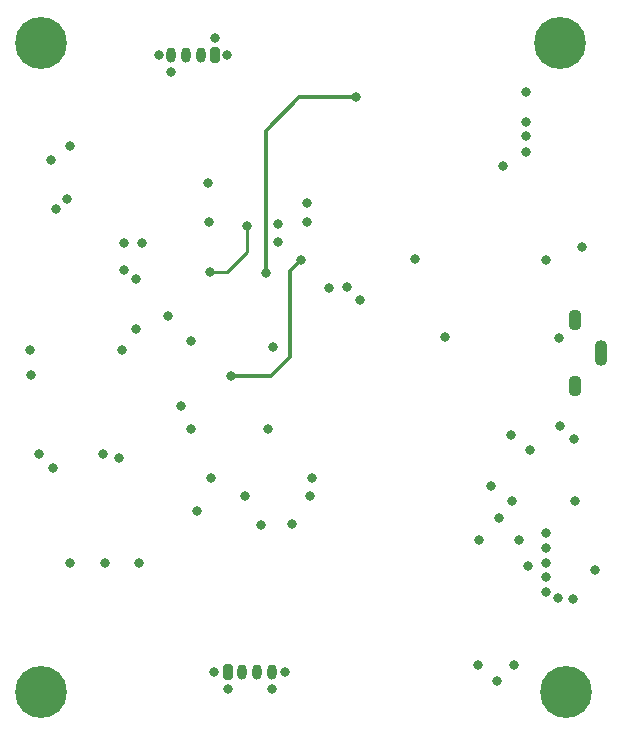
<source format=gbr>
%TF.GenerationSoftware,KiCad,Pcbnew,9.0.0*%
%TF.CreationDate,2025-03-16T21:38:05-04:00*%
%TF.ProjectId,STM32_Dev_Board,53544d33-325f-4446-9576-5f426f617264,rev?*%
%TF.SameCoordinates,Original*%
%TF.FileFunction,Copper,L4,Bot*%
%TF.FilePolarity,Positive*%
%FSLAX46Y46*%
G04 Gerber Fmt 4.6, Leading zero omitted, Abs format (unit mm)*
G04 Created by KiCad (PCBNEW 9.0.0) date 2025-03-16 21:38:05*
%MOMM*%
%LPD*%
G01*
G04 APERTURE LIST*
G04 Aperture macros list*
%AMRoundRect*
0 Rectangle with rounded corners*
0 $1 Rounding radius*
0 $2 $3 $4 $5 $6 $7 $8 $9 X,Y pos of 4 corners*
0 Add a 4 corners polygon primitive as box body*
4,1,4,$2,$3,$4,$5,$6,$7,$8,$9,$2,$3,0*
0 Add four circle primitives for the rounded corners*
1,1,$1+$1,$2,$3*
1,1,$1+$1,$4,$5*
1,1,$1+$1,$6,$7*
1,1,$1+$1,$8,$9*
0 Add four rect primitives between the rounded corners*
20,1,$1+$1,$2,$3,$4,$5,0*
20,1,$1+$1,$4,$5,$6,$7,0*
20,1,$1+$1,$6,$7,$8,$9,0*
20,1,$1+$1,$8,$9,$2,$3,0*%
G04 Aperture macros list end*
%TA.AperFunction,ComponentPad*%
%ADD10C,0.700000*%
%TD*%
%TA.AperFunction,ComponentPad*%
%ADD11C,4.400000*%
%TD*%
%TA.AperFunction,ComponentPad*%
%ADD12RoundRect,0.200000X-0.200000X-0.450000X0.200000X-0.450000X0.200000X0.450000X-0.200000X0.450000X0*%
%TD*%
%TA.AperFunction,ComponentPad*%
%ADD13O,0.800000X1.300000*%
%TD*%
%TA.AperFunction,HeatsinkPad*%
%ADD14O,1.100000X1.800000*%
%TD*%
%TA.AperFunction,HeatsinkPad*%
%ADD15O,1.100000X2.200000*%
%TD*%
%TA.AperFunction,ComponentPad*%
%ADD16RoundRect,0.200000X0.200000X0.450000X-0.200000X0.450000X-0.200000X-0.450000X0.200000X-0.450000X0*%
%TD*%
%TA.AperFunction,ViaPad*%
%ADD17C,0.800000*%
%TD*%
%TA.AperFunction,Conductor*%
%ADD18C,0.250000*%
%TD*%
%TA.AperFunction,Conductor*%
%ADD19C,0.300000*%
%TD*%
G04 APERTURE END LIST*
D10*
%TO.P,H4,1,1*%
%TO.N,GND*%
X161850000Y-142000000D03*
X162333274Y-140833274D03*
X162333274Y-143166726D03*
X163500000Y-140350000D03*
D11*
X163500000Y-142000000D03*
D10*
X163500000Y-143650000D03*
X164666726Y-140833274D03*
X164666726Y-143166726D03*
X165150000Y-142000000D03*
%TD*%
D12*
%TO.P,J4,1,Pin_1*%
%TO.N,+3.3V*%
X134825000Y-140300000D03*
D13*
%TO.P,J4,2,Pin_2*%
%TO.N,Net-(J4-Pin_2)*%
X136075000Y-140300000D03*
%TO.P,J4,3,Pin_3*%
%TO.N,Net-(J4-Pin_3)*%
X137325000Y-140300000D03*
%TO.P,J4,4,Pin_4*%
%TO.N,GND*%
X138575000Y-140300000D03*
%TD*%
D10*
%TO.P,H1,1,1*%
%TO.N,GND*%
X117350000Y-142000000D03*
X117833274Y-140833274D03*
X117833274Y-143166726D03*
X119000000Y-140350000D03*
D11*
X119000000Y-142000000D03*
D10*
X119000000Y-143650000D03*
X120166726Y-140833274D03*
X120166726Y-143166726D03*
X120650000Y-142000000D03*
%TD*%
%TO.P,H2,1,1*%
%TO.N,GND*%
X161350000Y-87000000D03*
X161833274Y-85833274D03*
X161833274Y-88166726D03*
X163000000Y-85350000D03*
D11*
X163000000Y-87000000D03*
D10*
X163000000Y-88650000D03*
X164166726Y-85833274D03*
X164166726Y-88166726D03*
X164650000Y-87000000D03*
%TD*%
D14*
%TO.P,J2,6,Shield*%
%TO.N,unconnected-(J2-Shield-Pad6)_1*%
X164250000Y-116050000D03*
D15*
%TO.N,unconnected-(J2-Shield-Pad6)_2*%
X166400000Y-113250000D03*
D14*
%TO.N,unconnected-(J2-Shield-Pad6)*%
X164250000Y-110450000D03*
%TD*%
D16*
%TO.P,J3,1,Pin_1*%
%TO.N,+3.3V*%
X133775000Y-88000000D03*
D13*
%TO.P,J3,2,Pin_2*%
%TO.N,Net-(J3-Pin_2)*%
X132525000Y-88000000D03*
%TO.P,J3,3,Pin_3*%
%TO.N,Net-(J3-Pin_3)*%
X131275000Y-88000000D03*
%TO.P,J3,4,Pin_4*%
%TO.N,GND*%
X130025000Y-88000000D03*
%TD*%
D10*
%TO.P,H3,1,1*%
%TO.N,GND*%
X117350000Y-87000000D03*
X117833274Y-85833274D03*
X117833274Y-88166726D03*
X119000000Y-85350000D03*
D11*
X119000000Y-87000000D03*
D10*
X119000000Y-88650000D03*
X120166726Y-85833274D03*
X120166726Y-88166726D03*
X120650000Y-87000000D03*
%TD*%
D17*
%TO.N,GND*%
X118825000Y-121775000D03*
X121500000Y-131000000D03*
X139700000Y-140300000D03*
X160100000Y-93700000D03*
X159500000Y-129100000D03*
X130900000Y-117750000D03*
X156025000Y-139675000D03*
X150700000Y-105300000D03*
X157600000Y-141000000D03*
X127025000Y-111225000D03*
X164800000Y-104300000D03*
X138200000Y-119700000D03*
X157800000Y-127200000D03*
X158800000Y-120200000D03*
X125850000Y-113000000D03*
X153250000Y-111900000D03*
X160100000Y-94900000D03*
X141775000Y-125375000D03*
X124275000Y-121775000D03*
X129000000Y-88000000D03*
X126050000Y-106200000D03*
X136300000Y-125375000D03*
X131700000Y-119675000D03*
X124400000Y-131000000D03*
X137675000Y-127800000D03*
X132200000Y-126600000D03*
X138675000Y-112750000D03*
X144950000Y-107700000D03*
X138575000Y-141675000D03*
X160100000Y-91150000D03*
X163000000Y-119400000D03*
X160400000Y-121500000D03*
X120000000Y-123000000D03*
X130025000Y-89425000D03*
X164175000Y-120575000D03*
X159075000Y-139675000D03*
X139050000Y-103900000D03*
X162900000Y-111950000D03*
X127025000Y-107025000D03*
X140275000Y-127775000D03*
X126025000Y-103925000D03*
X131700000Y-112225000D03*
X118150000Y-115150000D03*
X156100000Y-129100000D03*
X146000000Y-108750000D03*
X127300000Y-131000000D03*
X161800000Y-105400000D03*
X121250000Y-100250000D03*
X118100000Y-113000000D03*
X141550000Y-102150000D03*
X139050000Y-102350000D03*
X120300000Y-101100000D03*
%TO.N,+3.3V*%
X134800000Y-88000000D03*
X133150000Y-98850000D03*
X161750000Y-133500000D03*
X160100000Y-96200000D03*
X141500000Y-100600000D03*
X164100000Y-134100000D03*
X129800000Y-110100000D03*
X165900000Y-131600000D03*
X119900000Y-96900000D03*
X162750000Y-134000000D03*
X157100000Y-124500000D03*
X161750000Y-129750000D03*
X133700000Y-140300000D03*
X143400000Y-107750000D03*
X142000000Y-123825000D03*
X125600000Y-122150000D03*
X133775000Y-86600000D03*
X158900000Y-125800000D03*
X161750000Y-131000000D03*
X164187500Y-125787500D03*
X133400000Y-123800000D03*
X121450000Y-95750000D03*
X160250000Y-131250000D03*
X161750000Y-132250000D03*
X127600000Y-103950000D03*
X161750000Y-128500000D03*
X133237500Y-102175000D03*
X158150000Y-97450000D03*
X134825000Y-141725000D03*
%TO.N,I2C_SDA*%
X133350000Y-106400000D03*
X136500000Y-102500000D03*
%TO.N,SWO*%
X145700000Y-91600000D03*
X138100000Y-106450000D03*
%TO.N,NRST*%
X135100000Y-115200000D03*
X141000000Y-105400000D03*
%TD*%
D18*
%TO.N,I2C_SDA*%
X134800000Y-106400000D02*
X133350000Y-106400000D01*
X136500000Y-102500000D02*
X136500000Y-104700000D01*
X136500000Y-104700000D02*
X134800000Y-106400000D01*
D19*
%TO.N,SWO*%
X138100000Y-106450000D02*
X138050000Y-106400000D01*
X138050000Y-94450000D02*
X140900000Y-91600000D01*
X140900000Y-91600000D02*
X145700000Y-91600000D01*
X138050000Y-106400000D02*
X138050000Y-94450000D01*
%TO.N,NRST*%
X138500000Y-115200000D02*
X135100000Y-115200000D01*
X140100000Y-113600000D02*
X138500000Y-115200000D01*
X141000000Y-105400000D02*
X140100000Y-106300000D01*
X140100000Y-106300000D02*
X140100000Y-113600000D01*
%TD*%
M02*

</source>
